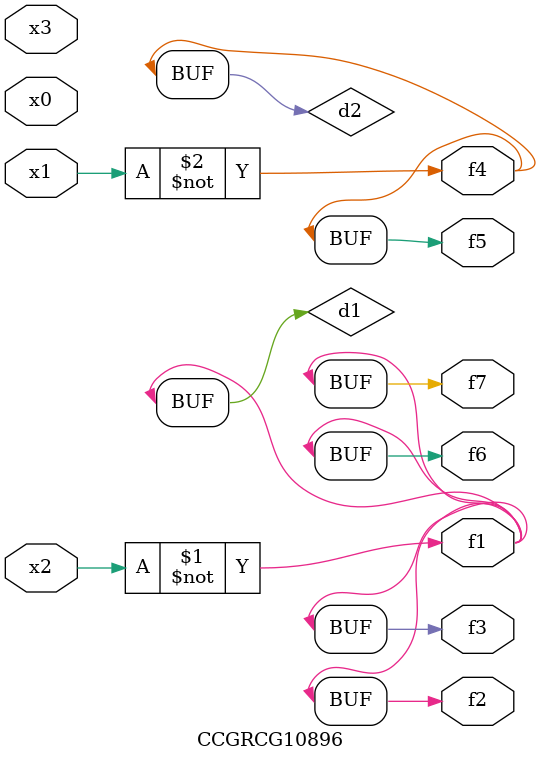
<source format=v>
module CCGRCG10896(
	input x0, x1, x2, x3,
	output f1, f2, f3, f4, f5, f6, f7
);

	wire d1, d2;

	xnor (d1, x2);
	not (d2, x1);
	assign f1 = d1;
	assign f2 = d1;
	assign f3 = d1;
	assign f4 = d2;
	assign f5 = d2;
	assign f6 = d1;
	assign f7 = d1;
endmodule

</source>
